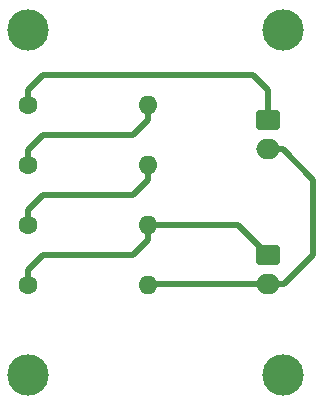
<source format=gbr>
%TF.GenerationSoftware,KiCad,Pcbnew,(6.0.8)*%
%TF.CreationDate,2024-10-31T16:59:06+09:00*%
%TF.ProjectId,MIRS2405_OVD_pcb,4d495253-3234-4303-955f-4f56445f7063,rev?*%
%TF.SameCoordinates,Original*%
%TF.FileFunction,Copper,L2,Bot*%
%TF.FilePolarity,Positive*%
%FSLAX46Y46*%
G04 Gerber Fmt 4.6, Leading zero omitted, Abs format (unit mm)*
G04 Created by KiCad (PCBNEW (6.0.8)) date 2024-10-31 16:59:06*
%MOMM*%
%LPD*%
G01*
G04 APERTURE LIST*
G04 Aperture macros list*
%AMRoundRect*
0 Rectangle with rounded corners*
0 $1 Rounding radius*
0 $2 $3 $4 $5 $6 $7 $8 $9 X,Y pos of 4 corners*
0 Add a 4 corners polygon primitive as box body*
4,1,4,$2,$3,$4,$5,$6,$7,$8,$9,$2,$3,0*
0 Add four circle primitives for the rounded corners*
1,1,$1+$1,$2,$3*
1,1,$1+$1,$4,$5*
1,1,$1+$1,$6,$7*
1,1,$1+$1,$8,$9*
0 Add four rect primitives between the rounded corners*
20,1,$1+$1,$2,$3,$4,$5,0*
20,1,$1+$1,$4,$5,$6,$7,0*
20,1,$1+$1,$6,$7,$8,$9,0*
20,1,$1+$1,$8,$9,$2,$3,0*%
G04 Aperture macros list end*
%TA.AperFunction,ComponentPad*%
%ADD10C,1.600000*%
%TD*%
%TA.AperFunction,ComponentPad*%
%ADD11O,1.600000X1.600000*%
%TD*%
%TA.AperFunction,ComponentPad*%
%ADD12RoundRect,0.250000X-0.750000X0.600000X-0.750000X-0.600000X0.750000X-0.600000X0.750000X0.600000X0*%
%TD*%
%TA.AperFunction,ComponentPad*%
%ADD13O,2.000000X1.700000*%
%TD*%
%TA.AperFunction,ViaPad*%
%ADD14C,3.500000*%
%TD*%
%TA.AperFunction,Conductor*%
%ADD15C,0.500000*%
%TD*%
%TA.AperFunction,Conductor*%
%ADD16C,0.250000*%
%TD*%
G04 APERTURE END LIST*
D10*
%TO.P,R4,1*%
%TO.N,Net-(J1-Pad1)*%
X92710000Y-111760000D03*
D11*
%TO.P,R4,2*%
%TO.N,GND*%
X102870000Y-111760000D03*
%TD*%
D10*
%TO.P,R3,1*%
%TO.N,Net-(R2-Pad2)*%
X92710000Y-106680000D03*
D11*
%TO.P,R3,2*%
%TO.N,Net-(J1-Pad1)*%
X102870000Y-106680000D03*
%TD*%
D10*
%TO.P,R2,1*%
%TO.N,Net-(R1-Pad2)*%
X92710000Y-101600000D03*
D11*
%TO.P,R2,2*%
%TO.N,Net-(R2-Pad2)*%
X102870000Y-101600000D03*
%TD*%
D10*
%TO.P,R1,1*%
%TO.N,VDC*%
X92710000Y-96520000D03*
D11*
%TO.P,R1,2*%
%TO.N,Net-(R1-Pad2)*%
X102870000Y-96520000D03*
%TD*%
D12*
%TO.P,J2,1,Pin_1*%
%TO.N,VDC*%
X113030000Y-97790000D03*
D13*
%TO.P,J2,2,Pin_2*%
%TO.N,GND*%
X113030000Y-100290000D03*
%TD*%
D12*
%TO.P,J1,1,Pin_1*%
%TO.N,Net-(J1-Pad1)*%
X113030000Y-109220000D03*
D13*
%TO.P,J1,2,Pin_2*%
%TO.N,GND*%
X113030000Y-111720000D03*
%TD*%
D14*
%TO.N,*%
X92710000Y-119380000D03*
X92710000Y-90170000D03*
X114300000Y-90170000D03*
X114300000Y-119380000D03*
%TD*%
D15*
%TO.N,GND*%
X114260000Y-100290000D02*
X113030000Y-100290000D01*
X116840000Y-102870000D02*
X114260000Y-100290000D01*
X116840000Y-109220000D02*
X116840000Y-102870000D01*
X114340000Y-111720000D02*
X116840000Y-109220000D01*
X113030000Y-111720000D02*
X114340000Y-111720000D01*
%TO.N,VDC*%
X92710000Y-95250000D02*
X92710000Y-96520000D01*
X111760000Y-93980000D02*
X93980000Y-93980000D01*
X93980000Y-93980000D02*
X92710000Y-95250000D01*
X113030000Y-95250000D02*
X111760000Y-93980000D01*
X113030000Y-97790000D02*
X113030000Y-95250000D01*
%TO.N,Net-(J1-Pad1)*%
X110490000Y-106680000D02*
X102870000Y-106680000D01*
X113030000Y-109220000D02*
X110490000Y-106680000D01*
D16*
%TO.N,GND*%
X102910000Y-111720000D02*
X102870000Y-111760000D01*
D15*
X113030000Y-111720000D02*
X102910000Y-111720000D01*
%TO.N,Net-(J1-Pad1)*%
X101600000Y-109220000D02*
X102870000Y-107950000D01*
X93980000Y-109220000D02*
X101600000Y-109220000D01*
X92710000Y-110490000D02*
X93980000Y-109220000D01*
X102870000Y-107950000D02*
X102870000Y-106680000D01*
X92710000Y-111760000D02*
X92710000Y-110490000D01*
%TO.N,Net-(R2-Pad2)*%
X102870000Y-102870000D02*
X102870000Y-101600000D01*
X93980000Y-104140000D02*
X101600000Y-104140000D01*
X101600000Y-104140000D02*
X102870000Y-102870000D01*
X92710000Y-105410000D02*
X93980000Y-104140000D01*
X92710000Y-106680000D02*
X92710000Y-105410000D01*
%TO.N,Net-(R1-Pad2)*%
X93980000Y-99060000D02*
X101600000Y-99060000D01*
X102870000Y-97790000D02*
X102870000Y-96520000D01*
X92710000Y-100330000D02*
X93980000Y-99060000D01*
X92710000Y-101600000D02*
X92710000Y-100330000D01*
X101600000Y-99060000D02*
X102870000Y-97790000D01*
%TD*%
M02*

</source>
